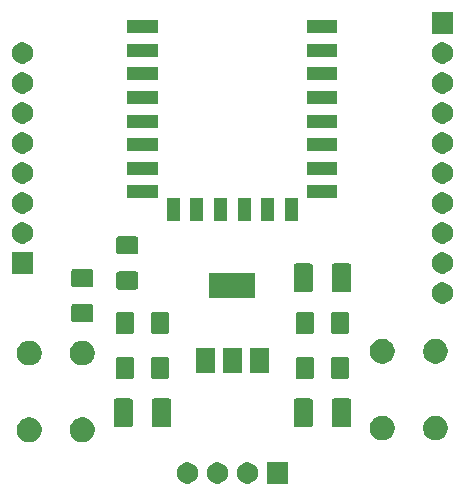
<source format=gbr>
G04 #@! TF.GenerationSoftware,KiCad,Pcbnew,5.1.5-52549c5~84~ubuntu16.04.1*
G04 #@! TF.CreationDate,2020-02-22T18:21:11+01:00*
G04 #@! TF.ProjectId,ESP-12F Board,4553502d-3132-4462-9042-6f6172642e6b,rev?*
G04 #@! TF.SameCoordinates,Original*
G04 #@! TF.FileFunction,Soldermask,Top*
G04 #@! TF.FilePolarity,Negative*
%FSLAX46Y46*%
G04 Gerber Fmt 4.6, Leading zero omitted, Abs format (unit mm)*
G04 Created by KiCad (PCBNEW 5.1.5-52549c5~84~ubuntu16.04.1) date 2020-02-22 18:21:11*
%MOMM*%
%LPD*%
G04 APERTURE LIST*
%ADD10C,0.100000*%
G04 APERTURE END LIST*
D10*
G36*
X151243512Y-109593927D02*
G01*
X151392812Y-109623624D01*
X151556784Y-109691544D01*
X151704354Y-109790147D01*
X151829853Y-109915646D01*
X151928456Y-110063216D01*
X151996376Y-110227188D01*
X152031000Y-110401259D01*
X152031000Y-110578741D01*
X151996376Y-110752812D01*
X151928456Y-110916784D01*
X151829853Y-111064354D01*
X151704354Y-111189853D01*
X151556784Y-111288456D01*
X151392812Y-111356376D01*
X151243512Y-111386073D01*
X151218742Y-111391000D01*
X151041258Y-111391000D01*
X151016488Y-111386073D01*
X150867188Y-111356376D01*
X150703216Y-111288456D01*
X150555646Y-111189853D01*
X150430147Y-111064354D01*
X150331544Y-110916784D01*
X150263624Y-110752812D01*
X150229000Y-110578741D01*
X150229000Y-110401259D01*
X150263624Y-110227188D01*
X150331544Y-110063216D01*
X150430147Y-109915646D01*
X150555646Y-109790147D01*
X150703216Y-109691544D01*
X150867188Y-109623624D01*
X151016488Y-109593927D01*
X151041258Y-109589000D01*
X151218742Y-109589000D01*
X151243512Y-109593927D01*
G37*
G36*
X156323512Y-109593927D02*
G01*
X156472812Y-109623624D01*
X156636784Y-109691544D01*
X156784354Y-109790147D01*
X156909853Y-109915646D01*
X157008456Y-110063216D01*
X157076376Y-110227188D01*
X157111000Y-110401259D01*
X157111000Y-110578741D01*
X157076376Y-110752812D01*
X157008456Y-110916784D01*
X156909853Y-111064354D01*
X156784354Y-111189853D01*
X156636784Y-111288456D01*
X156472812Y-111356376D01*
X156323512Y-111386073D01*
X156298742Y-111391000D01*
X156121258Y-111391000D01*
X156096488Y-111386073D01*
X155947188Y-111356376D01*
X155783216Y-111288456D01*
X155635646Y-111189853D01*
X155510147Y-111064354D01*
X155411544Y-110916784D01*
X155343624Y-110752812D01*
X155309000Y-110578741D01*
X155309000Y-110401259D01*
X155343624Y-110227188D01*
X155411544Y-110063216D01*
X155510147Y-109915646D01*
X155635646Y-109790147D01*
X155783216Y-109691544D01*
X155947188Y-109623624D01*
X156096488Y-109593927D01*
X156121258Y-109589000D01*
X156298742Y-109589000D01*
X156323512Y-109593927D01*
G37*
G36*
X159651000Y-111391000D02*
G01*
X157849000Y-111391000D01*
X157849000Y-109589000D01*
X159651000Y-109589000D01*
X159651000Y-111391000D01*
G37*
G36*
X153783512Y-109593927D02*
G01*
X153932812Y-109623624D01*
X154096784Y-109691544D01*
X154244354Y-109790147D01*
X154369853Y-109915646D01*
X154468456Y-110063216D01*
X154536376Y-110227188D01*
X154571000Y-110401259D01*
X154571000Y-110578741D01*
X154536376Y-110752812D01*
X154468456Y-110916784D01*
X154369853Y-111064354D01*
X154244354Y-111189853D01*
X154096784Y-111288456D01*
X153932812Y-111356376D01*
X153783512Y-111386073D01*
X153758742Y-111391000D01*
X153581258Y-111391000D01*
X153556488Y-111386073D01*
X153407188Y-111356376D01*
X153243216Y-111288456D01*
X153095646Y-111189853D01*
X152970147Y-111064354D01*
X152871544Y-110916784D01*
X152803624Y-110752812D01*
X152769000Y-110578741D01*
X152769000Y-110401259D01*
X152803624Y-110227188D01*
X152871544Y-110063216D01*
X152970147Y-109915646D01*
X153095646Y-109790147D01*
X153243216Y-109691544D01*
X153407188Y-109623624D01*
X153556488Y-109593927D01*
X153581258Y-109589000D01*
X153758742Y-109589000D01*
X153783512Y-109593927D01*
G37*
G36*
X142546564Y-105819389D02*
G01*
X142737833Y-105898615D01*
X142737835Y-105898616D01*
X142904573Y-106010027D01*
X142909973Y-106013635D01*
X143056365Y-106160027D01*
X143171385Y-106332167D01*
X143250611Y-106523436D01*
X143291000Y-106726484D01*
X143291000Y-106933516D01*
X143250611Y-107136564D01*
X143233516Y-107177835D01*
X143171384Y-107327835D01*
X143056365Y-107499973D01*
X142909973Y-107646365D01*
X142737835Y-107761384D01*
X142737834Y-107761385D01*
X142737833Y-107761385D01*
X142546564Y-107840611D01*
X142343516Y-107881000D01*
X142136484Y-107881000D01*
X141933436Y-107840611D01*
X141742167Y-107761385D01*
X141742166Y-107761385D01*
X141742165Y-107761384D01*
X141570027Y-107646365D01*
X141423635Y-107499973D01*
X141308616Y-107327835D01*
X141246484Y-107177835D01*
X141229389Y-107136564D01*
X141189000Y-106933516D01*
X141189000Y-106726484D01*
X141229389Y-106523436D01*
X141308615Y-106332167D01*
X141423635Y-106160027D01*
X141570027Y-106013635D01*
X141575427Y-106010027D01*
X141742165Y-105898616D01*
X141742167Y-105898615D01*
X141933436Y-105819389D01*
X142136484Y-105779000D01*
X142343516Y-105779000D01*
X142546564Y-105819389D01*
G37*
G36*
X138046564Y-105819389D02*
G01*
X138237833Y-105898615D01*
X138237835Y-105898616D01*
X138404573Y-106010027D01*
X138409973Y-106013635D01*
X138556365Y-106160027D01*
X138671385Y-106332167D01*
X138750611Y-106523436D01*
X138791000Y-106726484D01*
X138791000Y-106933516D01*
X138750611Y-107136564D01*
X138733516Y-107177835D01*
X138671384Y-107327835D01*
X138556365Y-107499973D01*
X138409973Y-107646365D01*
X138237835Y-107761384D01*
X138237834Y-107761385D01*
X138237833Y-107761385D01*
X138046564Y-107840611D01*
X137843516Y-107881000D01*
X137636484Y-107881000D01*
X137433436Y-107840611D01*
X137242167Y-107761385D01*
X137242166Y-107761385D01*
X137242165Y-107761384D01*
X137070027Y-107646365D01*
X136923635Y-107499973D01*
X136808616Y-107327835D01*
X136746484Y-107177835D01*
X136729389Y-107136564D01*
X136689000Y-106933516D01*
X136689000Y-106726484D01*
X136729389Y-106523436D01*
X136808615Y-106332167D01*
X136923635Y-106160027D01*
X137070027Y-106013635D01*
X137075427Y-106010027D01*
X137242165Y-105898616D01*
X137242167Y-105898615D01*
X137433436Y-105819389D01*
X137636484Y-105779000D01*
X137843516Y-105779000D01*
X138046564Y-105819389D01*
G37*
G36*
X167946564Y-105669389D02*
G01*
X168137833Y-105748615D01*
X168137835Y-105748616D01*
X168243754Y-105819389D01*
X168309973Y-105863635D01*
X168456365Y-106010027D01*
X168571385Y-106182167D01*
X168650611Y-106373436D01*
X168691000Y-106576484D01*
X168691000Y-106783516D01*
X168650611Y-106986564D01*
X168571385Y-107177833D01*
X168571384Y-107177835D01*
X168456365Y-107349973D01*
X168309973Y-107496365D01*
X168137835Y-107611384D01*
X168137834Y-107611385D01*
X168137833Y-107611385D01*
X167946564Y-107690611D01*
X167743516Y-107731000D01*
X167536484Y-107731000D01*
X167333436Y-107690611D01*
X167142167Y-107611385D01*
X167142166Y-107611385D01*
X167142165Y-107611384D01*
X166970027Y-107496365D01*
X166823635Y-107349973D01*
X166708616Y-107177835D01*
X166708615Y-107177833D01*
X166629389Y-106986564D01*
X166589000Y-106783516D01*
X166589000Y-106576484D01*
X166629389Y-106373436D01*
X166708615Y-106182167D01*
X166823635Y-106010027D01*
X166970027Y-105863635D01*
X167036246Y-105819389D01*
X167142165Y-105748616D01*
X167142167Y-105748615D01*
X167333436Y-105669389D01*
X167536484Y-105629000D01*
X167743516Y-105629000D01*
X167946564Y-105669389D01*
G37*
G36*
X172446564Y-105669389D02*
G01*
X172637833Y-105748615D01*
X172637835Y-105748616D01*
X172743754Y-105819389D01*
X172809973Y-105863635D01*
X172956365Y-106010027D01*
X173071385Y-106182167D01*
X173150611Y-106373436D01*
X173191000Y-106576484D01*
X173191000Y-106783516D01*
X173150611Y-106986564D01*
X173071385Y-107177833D01*
X173071384Y-107177835D01*
X172956365Y-107349973D01*
X172809973Y-107496365D01*
X172637835Y-107611384D01*
X172637834Y-107611385D01*
X172637833Y-107611385D01*
X172446564Y-107690611D01*
X172243516Y-107731000D01*
X172036484Y-107731000D01*
X171833436Y-107690611D01*
X171642167Y-107611385D01*
X171642166Y-107611385D01*
X171642165Y-107611384D01*
X171470027Y-107496365D01*
X171323635Y-107349973D01*
X171208616Y-107177835D01*
X171208615Y-107177833D01*
X171129389Y-106986564D01*
X171089000Y-106783516D01*
X171089000Y-106576484D01*
X171129389Y-106373436D01*
X171208615Y-106182167D01*
X171323635Y-106010027D01*
X171470027Y-105863635D01*
X171536246Y-105819389D01*
X171642165Y-105748616D01*
X171642167Y-105748615D01*
X171833436Y-105669389D01*
X172036484Y-105629000D01*
X172243516Y-105629000D01*
X172446564Y-105669389D01*
G37*
G36*
X149598048Y-104188122D02*
G01*
X149632387Y-104198539D01*
X149664036Y-104215456D01*
X149691778Y-104238222D01*
X149714544Y-104265964D01*
X149731461Y-104297613D01*
X149741878Y-104331952D01*
X149746000Y-104373807D01*
X149746000Y-106446193D01*
X149741878Y-106488048D01*
X149731461Y-106522387D01*
X149714544Y-106554036D01*
X149691778Y-106581778D01*
X149664036Y-106604544D01*
X149632387Y-106621461D01*
X149598048Y-106631878D01*
X149556193Y-106636000D01*
X148333807Y-106636000D01*
X148291952Y-106631878D01*
X148257613Y-106621461D01*
X148225964Y-106604544D01*
X148198222Y-106581778D01*
X148175456Y-106554036D01*
X148158539Y-106522387D01*
X148148122Y-106488048D01*
X148144000Y-106446193D01*
X148144000Y-104373807D01*
X148148122Y-104331952D01*
X148158539Y-104297613D01*
X148175456Y-104265964D01*
X148198222Y-104238222D01*
X148225964Y-104215456D01*
X148257613Y-104198539D01*
X148291952Y-104188122D01*
X148333807Y-104184000D01*
X149556193Y-104184000D01*
X149598048Y-104188122D01*
G37*
G36*
X164838048Y-104188122D02*
G01*
X164872387Y-104198539D01*
X164904036Y-104215456D01*
X164931778Y-104238222D01*
X164954544Y-104265964D01*
X164971461Y-104297613D01*
X164981878Y-104331952D01*
X164986000Y-104373807D01*
X164986000Y-106446193D01*
X164981878Y-106488048D01*
X164971461Y-106522387D01*
X164954544Y-106554036D01*
X164931778Y-106581778D01*
X164904036Y-106604544D01*
X164872387Y-106621461D01*
X164838048Y-106631878D01*
X164796193Y-106636000D01*
X163573807Y-106636000D01*
X163531952Y-106631878D01*
X163497613Y-106621461D01*
X163465964Y-106604544D01*
X163438222Y-106581778D01*
X163415456Y-106554036D01*
X163398539Y-106522387D01*
X163388122Y-106488048D01*
X163384000Y-106446193D01*
X163384000Y-104373807D01*
X163388122Y-104331952D01*
X163398539Y-104297613D01*
X163415456Y-104265964D01*
X163438222Y-104238222D01*
X163465964Y-104215456D01*
X163497613Y-104198539D01*
X163531952Y-104188122D01*
X163573807Y-104184000D01*
X164796193Y-104184000D01*
X164838048Y-104188122D01*
G37*
G36*
X161588048Y-104188122D02*
G01*
X161622387Y-104198539D01*
X161654036Y-104215456D01*
X161681778Y-104238222D01*
X161704544Y-104265964D01*
X161721461Y-104297613D01*
X161731878Y-104331952D01*
X161736000Y-104373807D01*
X161736000Y-106446193D01*
X161731878Y-106488048D01*
X161721461Y-106522387D01*
X161704544Y-106554036D01*
X161681778Y-106581778D01*
X161654036Y-106604544D01*
X161622387Y-106621461D01*
X161588048Y-106631878D01*
X161546193Y-106636000D01*
X160323807Y-106636000D01*
X160281952Y-106631878D01*
X160247613Y-106621461D01*
X160215964Y-106604544D01*
X160188222Y-106581778D01*
X160165456Y-106554036D01*
X160148539Y-106522387D01*
X160138122Y-106488048D01*
X160134000Y-106446193D01*
X160134000Y-104373807D01*
X160138122Y-104331952D01*
X160148539Y-104297613D01*
X160165456Y-104265964D01*
X160188222Y-104238222D01*
X160215964Y-104215456D01*
X160247613Y-104198539D01*
X160281952Y-104188122D01*
X160323807Y-104184000D01*
X161546193Y-104184000D01*
X161588048Y-104188122D01*
G37*
G36*
X146348048Y-104188122D02*
G01*
X146382387Y-104198539D01*
X146414036Y-104215456D01*
X146441778Y-104238222D01*
X146464544Y-104265964D01*
X146481461Y-104297613D01*
X146491878Y-104331952D01*
X146496000Y-104373807D01*
X146496000Y-106446193D01*
X146491878Y-106488048D01*
X146481461Y-106522387D01*
X146464544Y-106554036D01*
X146441778Y-106581778D01*
X146414036Y-106604544D01*
X146382387Y-106621461D01*
X146348048Y-106631878D01*
X146306193Y-106636000D01*
X145083807Y-106636000D01*
X145041952Y-106631878D01*
X145007613Y-106621461D01*
X144975964Y-106604544D01*
X144948222Y-106581778D01*
X144925456Y-106554036D01*
X144908539Y-106522387D01*
X144898122Y-106488048D01*
X144894000Y-106446193D01*
X144894000Y-104373807D01*
X144898122Y-104331952D01*
X144908539Y-104297613D01*
X144925456Y-104265964D01*
X144948222Y-104238222D01*
X144975964Y-104215456D01*
X145007613Y-104198539D01*
X145041952Y-104188122D01*
X145083807Y-104184000D01*
X146306193Y-104184000D01*
X146348048Y-104188122D01*
G37*
G36*
X146445562Y-100678181D02*
G01*
X146480481Y-100688774D01*
X146512663Y-100705976D01*
X146540873Y-100729127D01*
X146564024Y-100757337D01*
X146581226Y-100789519D01*
X146591819Y-100824438D01*
X146596000Y-100866895D01*
X146596000Y-102333105D01*
X146591819Y-102375562D01*
X146581226Y-102410481D01*
X146564024Y-102442663D01*
X146540873Y-102470873D01*
X146512663Y-102494024D01*
X146480481Y-102511226D01*
X146445562Y-102521819D01*
X146403105Y-102526000D01*
X145261895Y-102526000D01*
X145219438Y-102521819D01*
X145184519Y-102511226D01*
X145152337Y-102494024D01*
X145124127Y-102470873D01*
X145100976Y-102442663D01*
X145083774Y-102410481D01*
X145073181Y-102375562D01*
X145069000Y-102333105D01*
X145069000Y-100866895D01*
X145073181Y-100824438D01*
X145083774Y-100789519D01*
X145100976Y-100757337D01*
X145124127Y-100729127D01*
X145152337Y-100705976D01*
X145184519Y-100688774D01*
X145219438Y-100678181D01*
X145261895Y-100674000D01*
X146403105Y-100674000D01*
X146445562Y-100678181D01*
G37*
G36*
X161685562Y-100678181D02*
G01*
X161720481Y-100688774D01*
X161752663Y-100705976D01*
X161780873Y-100729127D01*
X161804024Y-100757337D01*
X161821226Y-100789519D01*
X161831819Y-100824438D01*
X161836000Y-100866895D01*
X161836000Y-102333105D01*
X161831819Y-102375562D01*
X161821226Y-102410481D01*
X161804024Y-102442663D01*
X161780873Y-102470873D01*
X161752663Y-102494024D01*
X161720481Y-102511226D01*
X161685562Y-102521819D01*
X161643105Y-102526000D01*
X160501895Y-102526000D01*
X160459438Y-102521819D01*
X160424519Y-102511226D01*
X160392337Y-102494024D01*
X160364127Y-102470873D01*
X160340976Y-102442663D01*
X160323774Y-102410481D01*
X160313181Y-102375562D01*
X160309000Y-102333105D01*
X160309000Y-100866895D01*
X160313181Y-100824438D01*
X160323774Y-100789519D01*
X160340976Y-100757337D01*
X160364127Y-100729127D01*
X160392337Y-100705976D01*
X160424519Y-100688774D01*
X160459438Y-100678181D01*
X160501895Y-100674000D01*
X161643105Y-100674000D01*
X161685562Y-100678181D01*
G37*
G36*
X164660562Y-100678181D02*
G01*
X164695481Y-100688774D01*
X164727663Y-100705976D01*
X164755873Y-100729127D01*
X164779024Y-100757337D01*
X164796226Y-100789519D01*
X164806819Y-100824438D01*
X164811000Y-100866895D01*
X164811000Y-102333105D01*
X164806819Y-102375562D01*
X164796226Y-102410481D01*
X164779024Y-102442663D01*
X164755873Y-102470873D01*
X164727663Y-102494024D01*
X164695481Y-102511226D01*
X164660562Y-102521819D01*
X164618105Y-102526000D01*
X163476895Y-102526000D01*
X163434438Y-102521819D01*
X163399519Y-102511226D01*
X163367337Y-102494024D01*
X163339127Y-102470873D01*
X163315976Y-102442663D01*
X163298774Y-102410481D01*
X163288181Y-102375562D01*
X163284000Y-102333105D01*
X163284000Y-100866895D01*
X163288181Y-100824438D01*
X163298774Y-100789519D01*
X163315976Y-100757337D01*
X163339127Y-100729127D01*
X163367337Y-100705976D01*
X163399519Y-100688774D01*
X163434438Y-100678181D01*
X163476895Y-100674000D01*
X164618105Y-100674000D01*
X164660562Y-100678181D01*
G37*
G36*
X149420562Y-100678181D02*
G01*
X149455481Y-100688774D01*
X149487663Y-100705976D01*
X149515873Y-100729127D01*
X149539024Y-100757337D01*
X149556226Y-100789519D01*
X149566819Y-100824438D01*
X149571000Y-100866895D01*
X149571000Y-102333105D01*
X149566819Y-102375562D01*
X149556226Y-102410481D01*
X149539024Y-102442663D01*
X149515873Y-102470873D01*
X149487663Y-102494024D01*
X149455481Y-102511226D01*
X149420562Y-102521819D01*
X149378105Y-102526000D01*
X148236895Y-102526000D01*
X148194438Y-102521819D01*
X148159519Y-102511226D01*
X148127337Y-102494024D01*
X148099127Y-102470873D01*
X148075976Y-102442663D01*
X148058774Y-102410481D01*
X148048181Y-102375562D01*
X148044000Y-102333105D01*
X148044000Y-100866895D01*
X148048181Y-100824438D01*
X148058774Y-100789519D01*
X148075976Y-100757337D01*
X148099127Y-100729127D01*
X148127337Y-100705976D01*
X148159519Y-100688774D01*
X148194438Y-100678181D01*
X148236895Y-100674000D01*
X149378105Y-100674000D01*
X149420562Y-100678181D01*
G37*
G36*
X158041000Y-101991000D02*
G01*
X156439000Y-101991000D01*
X156439000Y-99889000D01*
X158041000Y-99889000D01*
X158041000Y-101991000D01*
G37*
G36*
X155741000Y-101991000D02*
G01*
X154139000Y-101991000D01*
X154139000Y-99889000D01*
X155741000Y-99889000D01*
X155741000Y-101991000D01*
G37*
G36*
X153441000Y-101991000D02*
G01*
X151839000Y-101991000D01*
X151839000Y-99889000D01*
X153441000Y-99889000D01*
X153441000Y-101991000D01*
G37*
G36*
X138046564Y-99319389D02*
G01*
X138237833Y-99398615D01*
X138237835Y-99398616D01*
X138404573Y-99510027D01*
X138409973Y-99513635D01*
X138556365Y-99660027D01*
X138671385Y-99832167D01*
X138750611Y-100023436D01*
X138791000Y-100226484D01*
X138791000Y-100433516D01*
X138750611Y-100636564D01*
X138712270Y-100729127D01*
X138671384Y-100827835D01*
X138556365Y-100999973D01*
X138409973Y-101146365D01*
X138237835Y-101261384D01*
X138237834Y-101261385D01*
X138237833Y-101261385D01*
X138046564Y-101340611D01*
X137843516Y-101381000D01*
X137636484Y-101381000D01*
X137433436Y-101340611D01*
X137242167Y-101261385D01*
X137242166Y-101261385D01*
X137242165Y-101261384D01*
X137070027Y-101146365D01*
X136923635Y-100999973D01*
X136808616Y-100827835D01*
X136767730Y-100729127D01*
X136729389Y-100636564D01*
X136689000Y-100433516D01*
X136689000Y-100226484D01*
X136729389Y-100023436D01*
X136808615Y-99832167D01*
X136923635Y-99660027D01*
X137070027Y-99513635D01*
X137075427Y-99510027D01*
X137242165Y-99398616D01*
X137242167Y-99398615D01*
X137433436Y-99319389D01*
X137636484Y-99279000D01*
X137843516Y-99279000D01*
X138046564Y-99319389D01*
G37*
G36*
X142546564Y-99319389D02*
G01*
X142737833Y-99398615D01*
X142737835Y-99398616D01*
X142904573Y-99510027D01*
X142909973Y-99513635D01*
X143056365Y-99660027D01*
X143171385Y-99832167D01*
X143250611Y-100023436D01*
X143291000Y-100226484D01*
X143291000Y-100433516D01*
X143250611Y-100636564D01*
X143212270Y-100729127D01*
X143171384Y-100827835D01*
X143056365Y-100999973D01*
X142909973Y-101146365D01*
X142737835Y-101261384D01*
X142737834Y-101261385D01*
X142737833Y-101261385D01*
X142546564Y-101340611D01*
X142343516Y-101381000D01*
X142136484Y-101381000D01*
X141933436Y-101340611D01*
X141742167Y-101261385D01*
X141742166Y-101261385D01*
X141742165Y-101261384D01*
X141570027Y-101146365D01*
X141423635Y-100999973D01*
X141308616Y-100827835D01*
X141267730Y-100729127D01*
X141229389Y-100636564D01*
X141189000Y-100433516D01*
X141189000Y-100226484D01*
X141229389Y-100023436D01*
X141308615Y-99832167D01*
X141423635Y-99660027D01*
X141570027Y-99513635D01*
X141575427Y-99510027D01*
X141742165Y-99398616D01*
X141742167Y-99398615D01*
X141933436Y-99319389D01*
X142136484Y-99279000D01*
X142343516Y-99279000D01*
X142546564Y-99319389D01*
G37*
G36*
X172446564Y-99169389D02*
G01*
X172637833Y-99248615D01*
X172637835Y-99248616D01*
X172743754Y-99319389D01*
X172809973Y-99363635D01*
X172956365Y-99510027D01*
X173071385Y-99682167D01*
X173150611Y-99873436D01*
X173191000Y-100076484D01*
X173191000Y-100283516D01*
X173150611Y-100486564D01*
X173071385Y-100677833D01*
X173071384Y-100677835D01*
X172956365Y-100849973D01*
X172809973Y-100996365D01*
X172637835Y-101111384D01*
X172637834Y-101111385D01*
X172637833Y-101111385D01*
X172446564Y-101190611D01*
X172243516Y-101231000D01*
X172036484Y-101231000D01*
X171833436Y-101190611D01*
X171642167Y-101111385D01*
X171642166Y-101111385D01*
X171642165Y-101111384D01*
X171470027Y-100996365D01*
X171323635Y-100849973D01*
X171208616Y-100677835D01*
X171208615Y-100677833D01*
X171129389Y-100486564D01*
X171089000Y-100283516D01*
X171089000Y-100076484D01*
X171129389Y-99873436D01*
X171208615Y-99682167D01*
X171323635Y-99510027D01*
X171470027Y-99363635D01*
X171536246Y-99319389D01*
X171642165Y-99248616D01*
X171642167Y-99248615D01*
X171833436Y-99169389D01*
X172036484Y-99129000D01*
X172243516Y-99129000D01*
X172446564Y-99169389D01*
G37*
G36*
X167946564Y-99169389D02*
G01*
X168137833Y-99248615D01*
X168137835Y-99248616D01*
X168243754Y-99319389D01*
X168309973Y-99363635D01*
X168456365Y-99510027D01*
X168571385Y-99682167D01*
X168650611Y-99873436D01*
X168691000Y-100076484D01*
X168691000Y-100283516D01*
X168650611Y-100486564D01*
X168571385Y-100677833D01*
X168571384Y-100677835D01*
X168456365Y-100849973D01*
X168309973Y-100996365D01*
X168137835Y-101111384D01*
X168137834Y-101111385D01*
X168137833Y-101111385D01*
X167946564Y-101190611D01*
X167743516Y-101231000D01*
X167536484Y-101231000D01*
X167333436Y-101190611D01*
X167142167Y-101111385D01*
X167142166Y-101111385D01*
X167142165Y-101111384D01*
X166970027Y-100996365D01*
X166823635Y-100849973D01*
X166708616Y-100677835D01*
X166708615Y-100677833D01*
X166629389Y-100486564D01*
X166589000Y-100283516D01*
X166589000Y-100076484D01*
X166629389Y-99873436D01*
X166708615Y-99682167D01*
X166823635Y-99510027D01*
X166970027Y-99363635D01*
X167036246Y-99319389D01*
X167142165Y-99248616D01*
X167142167Y-99248615D01*
X167333436Y-99169389D01*
X167536484Y-99129000D01*
X167743516Y-99129000D01*
X167946564Y-99169389D01*
G37*
G36*
X164660562Y-96868181D02*
G01*
X164695481Y-96878774D01*
X164727663Y-96895976D01*
X164755873Y-96919127D01*
X164779024Y-96947337D01*
X164796226Y-96979519D01*
X164806819Y-97014438D01*
X164811000Y-97056895D01*
X164811000Y-98523105D01*
X164806819Y-98565562D01*
X164796226Y-98600481D01*
X164779024Y-98632663D01*
X164755873Y-98660873D01*
X164727663Y-98684024D01*
X164695481Y-98701226D01*
X164660562Y-98711819D01*
X164618105Y-98716000D01*
X163476895Y-98716000D01*
X163434438Y-98711819D01*
X163399519Y-98701226D01*
X163367337Y-98684024D01*
X163339127Y-98660873D01*
X163315976Y-98632663D01*
X163298774Y-98600481D01*
X163288181Y-98565562D01*
X163284000Y-98523105D01*
X163284000Y-97056895D01*
X163288181Y-97014438D01*
X163298774Y-96979519D01*
X163315976Y-96947337D01*
X163339127Y-96919127D01*
X163367337Y-96895976D01*
X163399519Y-96878774D01*
X163434438Y-96868181D01*
X163476895Y-96864000D01*
X164618105Y-96864000D01*
X164660562Y-96868181D01*
G37*
G36*
X161685562Y-96868181D02*
G01*
X161720481Y-96878774D01*
X161752663Y-96895976D01*
X161780873Y-96919127D01*
X161804024Y-96947337D01*
X161821226Y-96979519D01*
X161831819Y-97014438D01*
X161836000Y-97056895D01*
X161836000Y-98523105D01*
X161831819Y-98565562D01*
X161821226Y-98600481D01*
X161804024Y-98632663D01*
X161780873Y-98660873D01*
X161752663Y-98684024D01*
X161720481Y-98701226D01*
X161685562Y-98711819D01*
X161643105Y-98716000D01*
X160501895Y-98716000D01*
X160459438Y-98711819D01*
X160424519Y-98701226D01*
X160392337Y-98684024D01*
X160364127Y-98660873D01*
X160340976Y-98632663D01*
X160323774Y-98600481D01*
X160313181Y-98565562D01*
X160309000Y-98523105D01*
X160309000Y-97056895D01*
X160313181Y-97014438D01*
X160323774Y-96979519D01*
X160340976Y-96947337D01*
X160364127Y-96919127D01*
X160392337Y-96895976D01*
X160424519Y-96878774D01*
X160459438Y-96868181D01*
X160501895Y-96864000D01*
X161643105Y-96864000D01*
X161685562Y-96868181D01*
G37*
G36*
X146445562Y-96868181D02*
G01*
X146480481Y-96878774D01*
X146512663Y-96895976D01*
X146540873Y-96919127D01*
X146564024Y-96947337D01*
X146581226Y-96979519D01*
X146591819Y-97014438D01*
X146596000Y-97056895D01*
X146596000Y-98523105D01*
X146591819Y-98565562D01*
X146581226Y-98600481D01*
X146564024Y-98632663D01*
X146540873Y-98660873D01*
X146512663Y-98684024D01*
X146480481Y-98701226D01*
X146445562Y-98711819D01*
X146403105Y-98716000D01*
X145261895Y-98716000D01*
X145219438Y-98711819D01*
X145184519Y-98701226D01*
X145152337Y-98684024D01*
X145124127Y-98660873D01*
X145100976Y-98632663D01*
X145083774Y-98600481D01*
X145073181Y-98565562D01*
X145069000Y-98523105D01*
X145069000Y-97056895D01*
X145073181Y-97014438D01*
X145083774Y-96979519D01*
X145100976Y-96947337D01*
X145124127Y-96919127D01*
X145152337Y-96895976D01*
X145184519Y-96878774D01*
X145219438Y-96868181D01*
X145261895Y-96864000D01*
X146403105Y-96864000D01*
X146445562Y-96868181D01*
G37*
G36*
X149420562Y-96868181D02*
G01*
X149455481Y-96878774D01*
X149487663Y-96895976D01*
X149515873Y-96919127D01*
X149539024Y-96947337D01*
X149556226Y-96979519D01*
X149566819Y-97014438D01*
X149571000Y-97056895D01*
X149571000Y-98523105D01*
X149566819Y-98565562D01*
X149556226Y-98600481D01*
X149539024Y-98632663D01*
X149515873Y-98660873D01*
X149487663Y-98684024D01*
X149455481Y-98701226D01*
X149420562Y-98711819D01*
X149378105Y-98716000D01*
X148236895Y-98716000D01*
X148194438Y-98711819D01*
X148159519Y-98701226D01*
X148127337Y-98684024D01*
X148099127Y-98660873D01*
X148075976Y-98632663D01*
X148058774Y-98600481D01*
X148048181Y-98565562D01*
X148044000Y-98523105D01*
X148044000Y-97056895D01*
X148048181Y-97014438D01*
X148058774Y-96979519D01*
X148075976Y-96947337D01*
X148099127Y-96919127D01*
X148127337Y-96895976D01*
X148159519Y-96878774D01*
X148194438Y-96868181D01*
X148236895Y-96864000D01*
X149378105Y-96864000D01*
X149420562Y-96868181D01*
G37*
G36*
X143015562Y-96195681D02*
G01*
X143050481Y-96206274D01*
X143082663Y-96223476D01*
X143110873Y-96246627D01*
X143134024Y-96274837D01*
X143151226Y-96307019D01*
X143161819Y-96341938D01*
X143166000Y-96384395D01*
X143166000Y-97525605D01*
X143161819Y-97568062D01*
X143151226Y-97602981D01*
X143134024Y-97635163D01*
X143110873Y-97663373D01*
X143082663Y-97686524D01*
X143050481Y-97703726D01*
X143015562Y-97714319D01*
X142973105Y-97718500D01*
X141506895Y-97718500D01*
X141464438Y-97714319D01*
X141429519Y-97703726D01*
X141397337Y-97686524D01*
X141369127Y-97663373D01*
X141345976Y-97635163D01*
X141328774Y-97602981D01*
X141318181Y-97568062D01*
X141314000Y-97525605D01*
X141314000Y-96384395D01*
X141318181Y-96341938D01*
X141328774Y-96307019D01*
X141345976Y-96274837D01*
X141369127Y-96246627D01*
X141397337Y-96223476D01*
X141429519Y-96206274D01*
X141464438Y-96195681D01*
X141506895Y-96191500D01*
X142973105Y-96191500D01*
X143015562Y-96195681D01*
G37*
G36*
X172833512Y-94353927D02*
G01*
X172982812Y-94383624D01*
X173146784Y-94451544D01*
X173294354Y-94550147D01*
X173419853Y-94675646D01*
X173518456Y-94823216D01*
X173586376Y-94987188D01*
X173621000Y-95161259D01*
X173621000Y-95338741D01*
X173586376Y-95512812D01*
X173518456Y-95676784D01*
X173419853Y-95824354D01*
X173294354Y-95949853D01*
X173146784Y-96048456D01*
X172982812Y-96116376D01*
X172833512Y-96146073D01*
X172808742Y-96151000D01*
X172631258Y-96151000D01*
X172606488Y-96146073D01*
X172457188Y-96116376D01*
X172293216Y-96048456D01*
X172145646Y-95949853D01*
X172020147Y-95824354D01*
X171921544Y-95676784D01*
X171853624Y-95512812D01*
X171819000Y-95338741D01*
X171819000Y-95161259D01*
X171853624Y-94987188D01*
X171921544Y-94823216D01*
X172020147Y-94675646D01*
X172145646Y-94550147D01*
X172293216Y-94451544D01*
X172457188Y-94383624D01*
X172606488Y-94353927D01*
X172631258Y-94349000D01*
X172808742Y-94349000D01*
X172833512Y-94353927D01*
G37*
G36*
X156891000Y-95691000D02*
G01*
X152989000Y-95691000D01*
X152989000Y-93589000D01*
X156891000Y-93589000D01*
X156891000Y-95691000D01*
G37*
G36*
X164838048Y-92758122D02*
G01*
X164872387Y-92768539D01*
X164904036Y-92785456D01*
X164931778Y-92808222D01*
X164954544Y-92835964D01*
X164971461Y-92867613D01*
X164981878Y-92901952D01*
X164986000Y-92943807D01*
X164986000Y-95016193D01*
X164981878Y-95058048D01*
X164971461Y-95092387D01*
X164954544Y-95124036D01*
X164931778Y-95151778D01*
X164904036Y-95174544D01*
X164872387Y-95191461D01*
X164838048Y-95201878D01*
X164796193Y-95206000D01*
X163573807Y-95206000D01*
X163531952Y-95201878D01*
X163497613Y-95191461D01*
X163465964Y-95174544D01*
X163438222Y-95151778D01*
X163415456Y-95124036D01*
X163398539Y-95092387D01*
X163388122Y-95058048D01*
X163384000Y-95016193D01*
X163384000Y-92943807D01*
X163388122Y-92901952D01*
X163398539Y-92867613D01*
X163415456Y-92835964D01*
X163438222Y-92808222D01*
X163465964Y-92785456D01*
X163497613Y-92768539D01*
X163531952Y-92758122D01*
X163573807Y-92754000D01*
X164796193Y-92754000D01*
X164838048Y-92758122D01*
G37*
G36*
X161588048Y-92758122D02*
G01*
X161622387Y-92768539D01*
X161654036Y-92785456D01*
X161681778Y-92808222D01*
X161704544Y-92835964D01*
X161721461Y-92867613D01*
X161731878Y-92901952D01*
X161736000Y-92943807D01*
X161736000Y-95016193D01*
X161731878Y-95058048D01*
X161721461Y-95092387D01*
X161704544Y-95124036D01*
X161681778Y-95151778D01*
X161654036Y-95174544D01*
X161622387Y-95191461D01*
X161588048Y-95201878D01*
X161546193Y-95206000D01*
X160323807Y-95206000D01*
X160281952Y-95201878D01*
X160247613Y-95191461D01*
X160215964Y-95174544D01*
X160188222Y-95151778D01*
X160165456Y-95124036D01*
X160148539Y-95092387D01*
X160138122Y-95058048D01*
X160134000Y-95016193D01*
X160134000Y-92943807D01*
X160138122Y-92901952D01*
X160148539Y-92867613D01*
X160165456Y-92835964D01*
X160188222Y-92808222D01*
X160215964Y-92785456D01*
X160247613Y-92768539D01*
X160281952Y-92758122D01*
X160323807Y-92754000D01*
X161546193Y-92754000D01*
X161588048Y-92758122D01*
G37*
G36*
X146825562Y-93438181D02*
G01*
X146860481Y-93448774D01*
X146892663Y-93465976D01*
X146920873Y-93489127D01*
X146944024Y-93517337D01*
X146961226Y-93549519D01*
X146971819Y-93584438D01*
X146976000Y-93626895D01*
X146976000Y-94768105D01*
X146971819Y-94810562D01*
X146961226Y-94845481D01*
X146944024Y-94877663D01*
X146920873Y-94905873D01*
X146892663Y-94929024D01*
X146860481Y-94946226D01*
X146825562Y-94956819D01*
X146783105Y-94961000D01*
X145316895Y-94961000D01*
X145274438Y-94956819D01*
X145239519Y-94946226D01*
X145207337Y-94929024D01*
X145179127Y-94905873D01*
X145155976Y-94877663D01*
X145138774Y-94845481D01*
X145128181Y-94810562D01*
X145124000Y-94768105D01*
X145124000Y-93626895D01*
X145128181Y-93584438D01*
X145138774Y-93549519D01*
X145155976Y-93517337D01*
X145179127Y-93489127D01*
X145207337Y-93465976D01*
X145239519Y-93448774D01*
X145274438Y-93438181D01*
X145316895Y-93434000D01*
X146783105Y-93434000D01*
X146825562Y-93438181D01*
G37*
G36*
X143015562Y-93220681D02*
G01*
X143050481Y-93231274D01*
X143082663Y-93248476D01*
X143110873Y-93271627D01*
X143134024Y-93299837D01*
X143151226Y-93332019D01*
X143161819Y-93366938D01*
X143166000Y-93409395D01*
X143166000Y-94550605D01*
X143161819Y-94593062D01*
X143151226Y-94627981D01*
X143134024Y-94660163D01*
X143110873Y-94688373D01*
X143082663Y-94711524D01*
X143050481Y-94728726D01*
X143015562Y-94739319D01*
X142973105Y-94743500D01*
X141506895Y-94743500D01*
X141464438Y-94739319D01*
X141429519Y-94728726D01*
X141397337Y-94711524D01*
X141369127Y-94688373D01*
X141345976Y-94660163D01*
X141328774Y-94627981D01*
X141318181Y-94593062D01*
X141314000Y-94550605D01*
X141314000Y-93409395D01*
X141318181Y-93366938D01*
X141328774Y-93332019D01*
X141345976Y-93299837D01*
X141369127Y-93271627D01*
X141397337Y-93248476D01*
X141429519Y-93231274D01*
X141464438Y-93220681D01*
X141506895Y-93216500D01*
X142973105Y-93216500D01*
X143015562Y-93220681D01*
G37*
G36*
X172833512Y-91813927D02*
G01*
X172982812Y-91843624D01*
X173146784Y-91911544D01*
X173294354Y-92010147D01*
X173419853Y-92135646D01*
X173518456Y-92283216D01*
X173586376Y-92447188D01*
X173621000Y-92621259D01*
X173621000Y-92798741D01*
X173586376Y-92972812D01*
X173518456Y-93136784D01*
X173419853Y-93284354D01*
X173294354Y-93409853D01*
X173146784Y-93508456D01*
X172982812Y-93576376D01*
X172833512Y-93606073D01*
X172808742Y-93611000D01*
X172631258Y-93611000D01*
X172606488Y-93606073D01*
X172457188Y-93576376D01*
X172293216Y-93508456D01*
X172145646Y-93409853D01*
X172020147Y-93284354D01*
X171921544Y-93136784D01*
X171853624Y-92972812D01*
X171819000Y-92798741D01*
X171819000Y-92621259D01*
X171853624Y-92447188D01*
X171921544Y-92283216D01*
X172020147Y-92135646D01*
X172145646Y-92010147D01*
X172293216Y-91911544D01*
X172457188Y-91843624D01*
X172606488Y-91813927D01*
X172631258Y-91809000D01*
X172808742Y-91809000D01*
X172833512Y-91813927D01*
G37*
G36*
X138061000Y-93611000D02*
G01*
X136259000Y-93611000D01*
X136259000Y-91809000D01*
X138061000Y-91809000D01*
X138061000Y-93611000D01*
G37*
G36*
X146825562Y-90463181D02*
G01*
X146860481Y-90473774D01*
X146892663Y-90490976D01*
X146920873Y-90514127D01*
X146944024Y-90542337D01*
X146961226Y-90574519D01*
X146971819Y-90609438D01*
X146976000Y-90651895D01*
X146976000Y-91793105D01*
X146971819Y-91835562D01*
X146961226Y-91870481D01*
X146944024Y-91902663D01*
X146920873Y-91930873D01*
X146892663Y-91954024D01*
X146860481Y-91971226D01*
X146825562Y-91981819D01*
X146783105Y-91986000D01*
X145316895Y-91986000D01*
X145274438Y-91981819D01*
X145239519Y-91971226D01*
X145207337Y-91954024D01*
X145179127Y-91930873D01*
X145155976Y-91902663D01*
X145138774Y-91870481D01*
X145128181Y-91835562D01*
X145124000Y-91793105D01*
X145124000Y-90651895D01*
X145128181Y-90609438D01*
X145138774Y-90574519D01*
X145155976Y-90542337D01*
X145179127Y-90514127D01*
X145207337Y-90490976D01*
X145239519Y-90473774D01*
X145274438Y-90463181D01*
X145316895Y-90459000D01*
X146783105Y-90459000D01*
X146825562Y-90463181D01*
G37*
G36*
X137273512Y-89273927D02*
G01*
X137422812Y-89303624D01*
X137586784Y-89371544D01*
X137734354Y-89470147D01*
X137859853Y-89595646D01*
X137958456Y-89743216D01*
X138026376Y-89907188D01*
X138061000Y-90081259D01*
X138061000Y-90258741D01*
X138026376Y-90432812D01*
X137958456Y-90596784D01*
X137859853Y-90744354D01*
X137734354Y-90869853D01*
X137586784Y-90968456D01*
X137422812Y-91036376D01*
X137273512Y-91066073D01*
X137248742Y-91071000D01*
X137071258Y-91071000D01*
X137046488Y-91066073D01*
X136897188Y-91036376D01*
X136733216Y-90968456D01*
X136585646Y-90869853D01*
X136460147Y-90744354D01*
X136361544Y-90596784D01*
X136293624Y-90432812D01*
X136259000Y-90258741D01*
X136259000Y-90081259D01*
X136293624Y-89907188D01*
X136361544Y-89743216D01*
X136460147Y-89595646D01*
X136585646Y-89470147D01*
X136733216Y-89371544D01*
X136897188Y-89303624D01*
X137046488Y-89273927D01*
X137071258Y-89269000D01*
X137248742Y-89269000D01*
X137273512Y-89273927D01*
G37*
G36*
X172833512Y-89273927D02*
G01*
X172982812Y-89303624D01*
X173146784Y-89371544D01*
X173294354Y-89470147D01*
X173419853Y-89595646D01*
X173518456Y-89743216D01*
X173586376Y-89907188D01*
X173621000Y-90081259D01*
X173621000Y-90258741D01*
X173586376Y-90432812D01*
X173518456Y-90596784D01*
X173419853Y-90744354D01*
X173294354Y-90869853D01*
X173146784Y-90968456D01*
X172982812Y-91036376D01*
X172833512Y-91066073D01*
X172808742Y-91071000D01*
X172631258Y-91071000D01*
X172606488Y-91066073D01*
X172457188Y-91036376D01*
X172293216Y-90968456D01*
X172145646Y-90869853D01*
X172020147Y-90744354D01*
X171921544Y-90596784D01*
X171853624Y-90432812D01*
X171819000Y-90258741D01*
X171819000Y-90081259D01*
X171853624Y-89907188D01*
X171921544Y-89743216D01*
X172020147Y-89595646D01*
X172145646Y-89470147D01*
X172293216Y-89371544D01*
X172457188Y-89303624D01*
X172606488Y-89273927D01*
X172631258Y-89269000D01*
X172808742Y-89269000D01*
X172833512Y-89273927D01*
G37*
G36*
X158491000Y-89151000D02*
G01*
X157389000Y-89151000D01*
X157389000Y-87249000D01*
X158491000Y-87249000D01*
X158491000Y-89151000D01*
G37*
G36*
X160491000Y-89151000D02*
G01*
X159389000Y-89151000D01*
X159389000Y-87249000D01*
X160491000Y-87249000D01*
X160491000Y-89151000D01*
G37*
G36*
X152491000Y-89151000D02*
G01*
X151389000Y-89151000D01*
X151389000Y-87249000D01*
X152491000Y-87249000D01*
X152491000Y-89151000D01*
G37*
G36*
X154491000Y-89151000D02*
G01*
X153389000Y-89151000D01*
X153389000Y-87249000D01*
X154491000Y-87249000D01*
X154491000Y-89151000D01*
G37*
G36*
X150491000Y-89151000D02*
G01*
X149389000Y-89151000D01*
X149389000Y-87249000D01*
X150491000Y-87249000D01*
X150491000Y-89151000D01*
G37*
G36*
X156491000Y-89151000D02*
G01*
X155389000Y-89151000D01*
X155389000Y-87249000D01*
X156491000Y-87249000D01*
X156491000Y-89151000D01*
G37*
G36*
X172833512Y-86733927D02*
G01*
X172982812Y-86763624D01*
X173146784Y-86831544D01*
X173294354Y-86930147D01*
X173419853Y-87055646D01*
X173518456Y-87203216D01*
X173586376Y-87367188D01*
X173621000Y-87541259D01*
X173621000Y-87718741D01*
X173586376Y-87892812D01*
X173518456Y-88056784D01*
X173419853Y-88204354D01*
X173294354Y-88329853D01*
X173146784Y-88428456D01*
X172982812Y-88496376D01*
X172833512Y-88526073D01*
X172808742Y-88531000D01*
X172631258Y-88531000D01*
X172606488Y-88526073D01*
X172457188Y-88496376D01*
X172293216Y-88428456D01*
X172145646Y-88329853D01*
X172020147Y-88204354D01*
X171921544Y-88056784D01*
X171853624Y-87892812D01*
X171819000Y-87718741D01*
X171819000Y-87541259D01*
X171853624Y-87367188D01*
X171921544Y-87203216D01*
X172020147Y-87055646D01*
X172145646Y-86930147D01*
X172293216Y-86831544D01*
X172457188Y-86763624D01*
X172606488Y-86733927D01*
X172631258Y-86729000D01*
X172808742Y-86729000D01*
X172833512Y-86733927D01*
G37*
G36*
X137273512Y-86733927D02*
G01*
X137422812Y-86763624D01*
X137586784Y-86831544D01*
X137734354Y-86930147D01*
X137859853Y-87055646D01*
X137958456Y-87203216D01*
X138026376Y-87367188D01*
X138061000Y-87541259D01*
X138061000Y-87718741D01*
X138026376Y-87892812D01*
X137958456Y-88056784D01*
X137859853Y-88204354D01*
X137734354Y-88329853D01*
X137586784Y-88428456D01*
X137422812Y-88496376D01*
X137273512Y-88526073D01*
X137248742Y-88531000D01*
X137071258Y-88531000D01*
X137046488Y-88526073D01*
X136897188Y-88496376D01*
X136733216Y-88428456D01*
X136585646Y-88329853D01*
X136460147Y-88204354D01*
X136361544Y-88056784D01*
X136293624Y-87892812D01*
X136259000Y-87718741D01*
X136259000Y-87541259D01*
X136293624Y-87367188D01*
X136361544Y-87203216D01*
X136460147Y-87055646D01*
X136585646Y-86930147D01*
X136733216Y-86831544D01*
X136897188Y-86763624D01*
X137046488Y-86733927D01*
X137071258Y-86729000D01*
X137248742Y-86729000D01*
X137273512Y-86733927D01*
G37*
G36*
X163841000Y-87251000D02*
G01*
X161239000Y-87251000D01*
X161239000Y-86149000D01*
X163841000Y-86149000D01*
X163841000Y-87251000D01*
G37*
G36*
X148641000Y-87251000D02*
G01*
X146039000Y-87251000D01*
X146039000Y-86149000D01*
X148641000Y-86149000D01*
X148641000Y-87251000D01*
G37*
G36*
X137273512Y-84193927D02*
G01*
X137422812Y-84223624D01*
X137586784Y-84291544D01*
X137734354Y-84390147D01*
X137859853Y-84515646D01*
X137958456Y-84663216D01*
X138026376Y-84827188D01*
X138061000Y-85001259D01*
X138061000Y-85178741D01*
X138026376Y-85352812D01*
X137958456Y-85516784D01*
X137859853Y-85664354D01*
X137734354Y-85789853D01*
X137586784Y-85888456D01*
X137422812Y-85956376D01*
X137273512Y-85986073D01*
X137248742Y-85991000D01*
X137071258Y-85991000D01*
X137046488Y-85986073D01*
X136897188Y-85956376D01*
X136733216Y-85888456D01*
X136585646Y-85789853D01*
X136460147Y-85664354D01*
X136361544Y-85516784D01*
X136293624Y-85352812D01*
X136259000Y-85178741D01*
X136259000Y-85001259D01*
X136293624Y-84827188D01*
X136361544Y-84663216D01*
X136460147Y-84515646D01*
X136585646Y-84390147D01*
X136733216Y-84291544D01*
X136897188Y-84223624D01*
X137046488Y-84193927D01*
X137071258Y-84189000D01*
X137248742Y-84189000D01*
X137273512Y-84193927D01*
G37*
G36*
X172833512Y-84193927D02*
G01*
X172982812Y-84223624D01*
X173146784Y-84291544D01*
X173294354Y-84390147D01*
X173419853Y-84515646D01*
X173518456Y-84663216D01*
X173586376Y-84827188D01*
X173621000Y-85001259D01*
X173621000Y-85178741D01*
X173586376Y-85352812D01*
X173518456Y-85516784D01*
X173419853Y-85664354D01*
X173294354Y-85789853D01*
X173146784Y-85888456D01*
X172982812Y-85956376D01*
X172833512Y-85986073D01*
X172808742Y-85991000D01*
X172631258Y-85991000D01*
X172606488Y-85986073D01*
X172457188Y-85956376D01*
X172293216Y-85888456D01*
X172145646Y-85789853D01*
X172020147Y-85664354D01*
X171921544Y-85516784D01*
X171853624Y-85352812D01*
X171819000Y-85178741D01*
X171819000Y-85001259D01*
X171853624Y-84827188D01*
X171921544Y-84663216D01*
X172020147Y-84515646D01*
X172145646Y-84390147D01*
X172293216Y-84291544D01*
X172457188Y-84223624D01*
X172606488Y-84193927D01*
X172631258Y-84189000D01*
X172808742Y-84189000D01*
X172833512Y-84193927D01*
G37*
G36*
X148641000Y-85251000D02*
G01*
X146039000Y-85251000D01*
X146039000Y-84149000D01*
X148641000Y-84149000D01*
X148641000Y-85251000D01*
G37*
G36*
X163841000Y-85251000D02*
G01*
X161239000Y-85251000D01*
X161239000Y-84149000D01*
X163841000Y-84149000D01*
X163841000Y-85251000D01*
G37*
G36*
X172833512Y-81653927D02*
G01*
X172982812Y-81683624D01*
X173146784Y-81751544D01*
X173294354Y-81850147D01*
X173419853Y-81975646D01*
X173518456Y-82123216D01*
X173586376Y-82287188D01*
X173621000Y-82461259D01*
X173621000Y-82638741D01*
X173586376Y-82812812D01*
X173518456Y-82976784D01*
X173419853Y-83124354D01*
X173294354Y-83249853D01*
X173146784Y-83348456D01*
X172982812Y-83416376D01*
X172833512Y-83446073D01*
X172808742Y-83451000D01*
X172631258Y-83451000D01*
X172606488Y-83446073D01*
X172457188Y-83416376D01*
X172293216Y-83348456D01*
X172145646Y-83249853D01*
X172020147Y-83124354D01*
X171921544Y-82976784D01*
X171853624Y-82812812D01*
X171819000Y-82638741D01*
X171819000Y-82461259D01*
X171853624Y-82287188D01*
X171921544Y-82123216D01*
X172020147Y-81975646D01*
X172145646Y-81850147D01*
X172293216Y-81751544D01*
X172457188Y-81683624D01*
X172606488Y-81653927D01*
X172631258Y-81649000D01*
X172808742Y-81649000D01*
X172833512Y-81653927D01*
G37*
G36*
X137273512Y-81653927D02*
G01*
X137422812Y-81683624D01*
X137586784Y-81751544D01*
X137734354Y-81850147D01*
X137859853Y-81975646D01*
X137958456Y-82123216D01*
X138026376Y-82287188D01*
X138061000Y-82461259D01*
X138061000Y-82638741D01*
X138026376Y-82812812D01*
X137958456Y-82976784D01*
X137859853Y-83124354D01*
X137734354Y-83249853D01*
X137586784Y-83348456D01*
X137422812Y-83416376D01*
X137273512Y-83446073D01*
X137248742Y-83451000D01*
X137071258Y-83451000D01*
X137046488Y-83446073D01*
X136897188Y-83416376D01*
X136733216Y-83348456D01*
X136585646Y-83249853D01*
X136460147Y-83124354D01*
X136361544Y-82976784D01*
X136293624Y-82812812D01*
X136259000Y-82638741D01*
X136259000Y-82461259D01*
X136293624Y-82287188D01*
X136361544Y-82123216D01*
X136460147Y-81975646D01*
X136585646Y-81850147D01*
X136733216Y-81751544D01*
X136897188Y-81683624D01*
X137046488Y-81653927D01*
X137071258Y-81649000D01*
X137248742Y-81649000D01*
X137273512Y-81653927D01*
G37*
G36*
X163841000Y-83251000D02*
G01*
X161239000Y-83251000D01*
X161239000Y-82149000D01*
X163841000Y-82149000D01*
X163841000Y-83251000D01*
G37*
G36*
X148641000Y-83251000D02*
G01*
X146039000Y-83251000D01*
X146039000Y-82149000D01*
X148641000Y-82149000D01*
X148641000Y-83251000D01*
G37*
G36*
X148641000Y-81251000D02*
G01*
X146039000Y-81251000D01*
X146039000Y-80149000D01*
X148641000Y-80149000D01*
X148641000Y-81251000D01*
G37*
G36*
X163841000Y-81251000D02*
G01*
X161239000Y-81251000D01*
X161239000Y-80149000D01*
X163841000Y-80149000D01*
X163841000Y-81251000D01*
G37*
G36*
X172833512Y-79113927D02*
G01*
X172982812Y-79143624D01*
X173146784Y-79211544D01*
X173294354Y-79310147D01*
X173419853Y-79435646D01*
X173518456Y-79583216D01*
X173586376Y-79747188D01*
X173621000Y-79921259D01*
X173621000Y-80098741D01*
X173586376Y-80272812D01*
X173518456Y-80436784D01*
X173419853Y-80584354D01*
X173294354Y-80709853D01*
X173146784Y-80808456D01*
X172982812Y-80876376D01*
X172833512Y-80906073D01*
X172808742Y-80911000D01*
X172631258Y-80911000D01*
X172606488Y-80906073D01*
X172457188Y-80876376D01*
X172293216Y-80808456D01*
X172145646Y-80709853D01*
X172020147Y-80584354D01*
X171921544Y-80436784D01*
X171853624Y-80272812D01*
X171819000Y-80098741D01*
X171819000Y-79921259D01*
X171853624Y-79747188D01*
X171921544Y-79583216D01*
X172020147Y-79435646D01*
X172145646Y-79310147D01*
X172293216Y-79211544D01*
X172457188Y-79143624D01*
X172606488Y-79113927D01*
X172631258Y-79109000D01*
X172808742Y-79109000D01*
X172833512Y-79113927D01*
G37*
G36*
X137273512Y-79113927D02*
G01*
X137422812Y-79143624D01*
X137586784Y-79211544D01*
X137734354Y-79310147D01*
X137859853Y-79435646D01*
X137958456Y-79583216D01*
X138026376Y-79747188D01*
X138061000Y-79921259D01*
X138061000Y-80098741D01*
X138026376Y-80272812D01*
X137958456Y-80436784D01*
X137859853Y-80584354D01*
X137734354Y-80709853D01*
X137586784Y-80808456D01*
X137422812Y-80876376D01*
X137273512Y-80906073D01*
X137248742Y-80911000D01*
X137071258Y-80911000D01*
X137046488Y-80906073D01*
X136897188Y-80876376D01*
X136733216Y-80808456D01*
X136585646Y-80709853D01*
X136460147Y-80584354D01*
X136361544Y-80436784D01*
X136293624Y-80272812D01*
X136259000Y-80098741D01*
X136259000Y-79921259D01*
X136293624Y-79747188D01*
X136361544Y-79583216D01*
X136460147Y-79435646D01*
X136585646Y-79310147D01*
X136733216Y-79211544D01*
X136897188Y-79143624D01*
X137046488Y-79113927D01*
X137071258Y-79109000D01*
X137248742Y-79109000D01*
X137273512Y-79113927D01*
G37*
G36*
X163841000Y-79251000D02*
G01*
X161239000Y-79251000D01*
X161239000Y-78149000D01*
X163841000Y-78149000D01*
X163841000Y-79251000D01*
G37*
G36*
X148641000Y-79251000D02*
G01*
X146039000Y-79251000D01*
X146039000Y-78149000D01*
X148641000Y-78149000D01*
X148641000Y-79251000D01*
G37*
G36*
X137273512Y-76573927D02*
G01*
X137422812Y-76603624D01*
X137586784Y-76671544D01*
X137734354Y-76770147D01*
X137859853Y-76895646D01*
X137958456Y-77043216D01*
X138026376Y-77207188D01*
X138061000Y-77381259D01*
X138061000Y-77558741D01*
X138026376Y-77732812D01*
X137958456Y-77896784D01*
X137859853Y-78044354D01*
X137734354Y-78169853D01*
X137586784Y-78268456D01*
X137422812Y-78336376D01*
X137273512Y-78366073D01*
X137248742Y-78371000D01*
X137071258Y-78371000D01*
X137046488Y-78366073D01*
X136897188Y-78336376D01*
X136733216Y-78268456D01*
X136585646Y-78169853D01*
X136460147Y-78044354D01*
X136361544Y-77896784D01*
X136293624Y-77732812D01*
X136259000Y-77558741D01*
X136259000Y-77381259D01*
X136293624Y-77207188D01*
X136361544Y-77043216D01*
X136460147Y-76895646D01*
X136585646Y-76770147D01*
X136733216Y-76671544D01*
X136897188Y-76603624D01*
X137046488Y-76573927D01*
X137071258Y-76569000D01*
X137248742Y-76569000D01*
X137273512Y-76573927D01*
G37*
G36*
X172833512Y-76573927D02*
G01*
X172982812Y-76603624D01*
X173146784Y-76671544D01*
X173294354Y-76770147D01*
X173419853Y-76895646D01*
X173518456Y-77043216D01*
X173586376Y-77207188D01*
X173621000Y-77381259D01*
X173621000Y-77558741D01*
X173586376Y-77732812D01*
X173518456Y-77896784D01*
X173419853Y-78044354D01*
X173294354Y-78169853D01*
X173146784Y-78268456D01*
X172982812Y-78336376D01*
X172833512Y-78366073D01*
X172808742Y-78371000D01*
X172631258Y-78371000D01*
X172606488Y-78366073D01*
X172457188Y-78336376D01*
X172293216Y-78268456D01*
X172145646Y-78169853D01*
X172020147Y-78044354D01*
X171921544Y-77896784D01*
X171853624Y-77732812D01*
X171819000Y-77558741D01*
X171819000Y-77381259D01*
X171853624Y-77207188D01*
X171921544Y-77043216D01*
X172020147Y-76895646D01*
X172145646Y-76770147D01*
X172293216Y-76671544D01*
X172457188Y-76603624D01*
X172606488Y-76573927D01*
X172631258Y-76569000D01*
X172808742Y-76569000D01*
X172833512Y-76573927D01*
G37*
G36*
X163841000Y-77251000D02*
G01*
X161239000Y-77251000D01*
X161239000Y-76149000D01*
X163841000Y-76149000D01*
X163841000Y-77251000D01*
G37*
G36*
X148641000Y-77251000D02*
G01*
X146039000Y-77251000D01*
X146039000Y-76149000D01*
X148641000Y-76149000D01*
X148641000Y-77251000D01*
G37*
G36*
X172833512Y-74033927D02*
G01*
X172982812Y-74063624D01*
X173146784Y-74131544D01*
X173294354Y-74230147D01*
X173419853Y-74355646D01*
X173518456Y-74503216D01*
X173586376Y-74667188D01*
X173621000Y-74841259D01*
X173621000Y-75018741D01*
X173586376Y-75192812D01*
X173518456Y-75356784D01*
X173419853Y-75504354D01*
X173294354Y-75629853D01*
X173146784Y-75728456D01*
X172982812Y-75796376D01*
X172833512Y-75826073D01*
X172808742Y-75831000D01*
X172631258Y-75831000D01*
X172606488Y-75826073D01*
X172457188Y-75796376D01*
X172293216Y-75728456D01*
X172145646Y-75629853D01*
X172020147Y-75504354D01*
X171921544Y-75356784D01*
X171853624Y-75192812D01*
X171819000Y-75018741D01*
X171819000Y-74841259D01*
X171853624Y-74667188D01*
X171921544Y-74503216D01*
X172020147Y-74355646D01*
X172145646Y-74230147D01*
X172293216Y-74131544D01*
X172457188Y-74063624D01*
X172606488Y-74033927D01*
X172631258Y-74029000D01*
X172808742Y-74029000D01*
X172833512Y-74033927D01*
G37*
G36*
X137273512Y-74033927D02*
G01*
X137422812Y-74063624D01*
X137586784Y-74131544D01*
X137734354Y-74230147D01*
X137859853Y-74355646D01*
X137958456Y-74503216D01*
X138026376Y-74667188D01*
X138061000Y-74841259D01*
X138061000Y-75018741D01*
X138026376Y-75192812D01*
X137958456Y-75356784D01*
X137859853Y-75504354D01*
X137734354Y-75629853D01*
X137586784Y-75728456D01*
X137422812Y-75796376D01*
X137273512Y-75826073D01*
X137248742Y-75831000D01*
X137071258Y-75831000D01*
X137046488Y-75826073D01*
X136897188Y-75796376D01*
X136733216Y-75728456D01*
X136585646Y-75629853D01*
X136460147Y-75504354D01*
X136361544Y-75356784D01*
X136293624Y-75192812D01*
X136259000Y-75018741D01*
X136259000Y-74841259D01*
X136293624Y-74667188D01*
X136361544Y-74503216D01*
X136460147Y-74355646D01*
X136585646Y-74230147D01*
X136733216Y-74131544D01*
X136897188Y-74063624D01*
X137046488Y-74033927D01*
X137071258Y-74029000D01*
X137248742Y-74029000D01*
X137273512Y-74033927D01*
G37*
G36*
X163841000Y-75251000D02*
G01*
X161239000Y-75251000D01*
X161239000Y-74149000D01*
X163841000Y-74149000D01*
X163841000Y-75251000D01*
G37*
G36*
X148641000Y-75251000D02*
G01*
X146039000Y-75251000D01*
X146039000Y-74149000D01*
X148641000Y-74149000D01*
X148641000Y-75251000D01*
G37*
G36*
X173621000Y-73291000D02*
G01*
X171819000Y-73291000D01*
X171819000Y-71489000D01*
X173621000Y-71489000D01*
X173621000Y-73291000D01*
G37*
G36*
X163841000Y-73251000D02*
G01*
X161239000Y-73251000D01*
X161239000Y-72149000D01*
X163841000Y-72149000D01*
X163841000Y-73251000D01*
G37*
G36*
X148641000Y-73251000D02*
G01*
X146039000Y-73251000D01*
X146039000Y-72149000D01*
X148641000Y-72149000D01*
X148641000Y-73251000D01*
G37*
M02*

</source>
